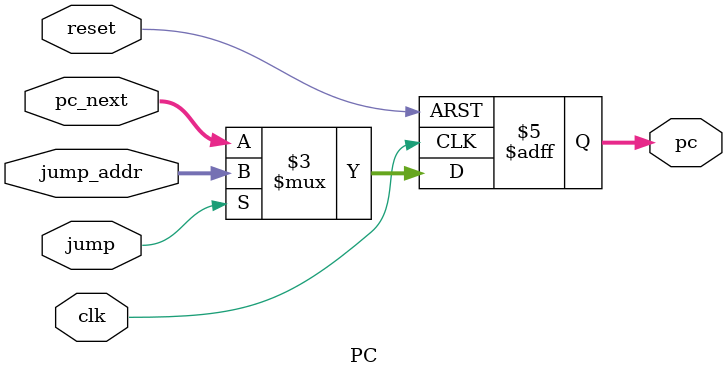
<source format=v>
`timescale 1ns/1ps

module PC(
    input wire clk,
    input wire reset,
    input wire [31:0] pc_next,
    input wire [31:0] jump_addr,
    input wire jump,
    output reg [31:0] pc
  );

  always @(posedge clk or posedge reset)
  begin
    if (reset)
    begin
      pc <= 32'b0;
    end
    else if (jump)
    begin
      pc <= jump_addr;
    end
    else
    begin
      pc <= pc_next;
    end
  end

endmodule

</source>
